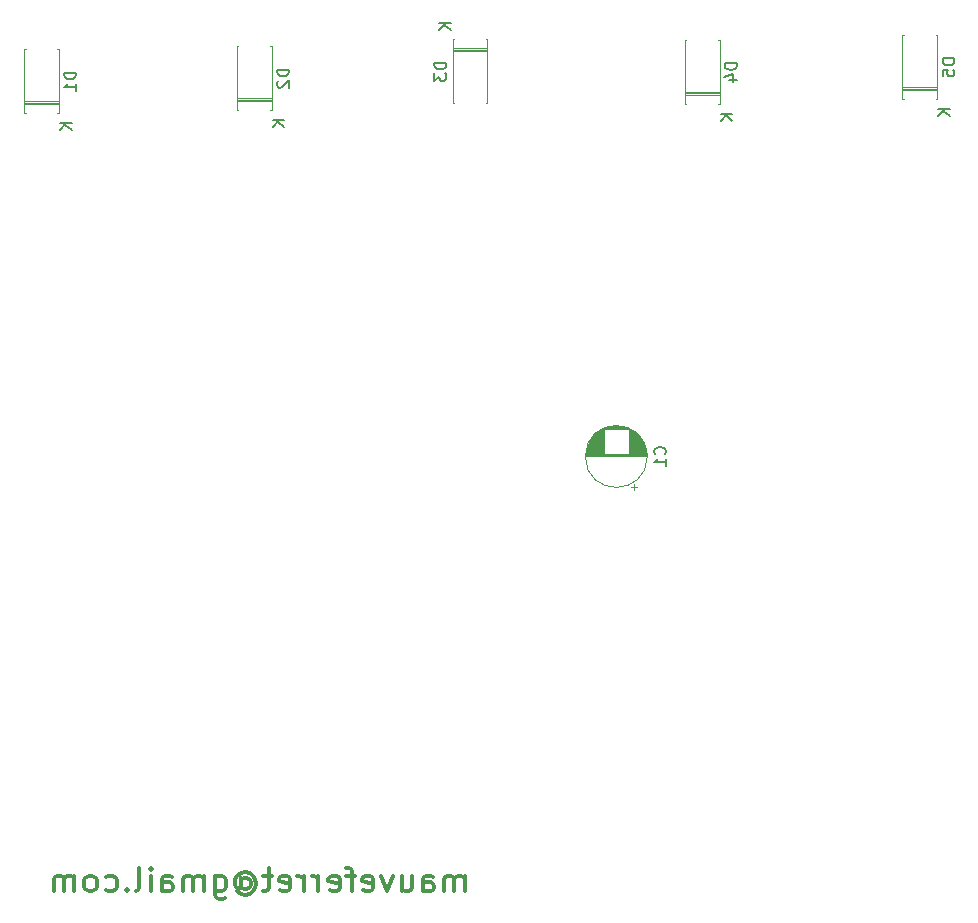
<source format=gbr>
G04 #@! TF.GenerationSoftware,KiCad,Pcbnew,(5.1.5)-3*
G04 #@! TF.CreationDate,2020-02-24T21:21:35+03:00*
G04 #@! TF.ProjectId,valveControllerPCB,76616c76-6543-46f6-9e74-726f6c6c6572,rev?*
G04 #@! TF.SameCoordinates,Original*
G04 #@! TF.FileFunction,Legend,Bot*
G04 #@! TF.FilePolarity,Positive*
%FSLAX46Y46*%
G04 Gerber Fmt 4.6, Leading zero omitted, Abs format (unit mm)*
G04 Created by KiCad (PCBNEW (5.1.5)-3) date 2020-02-24 21:21:35*
%MOMM*%
%LPD*%
G04 APERTURE LIST*
%ADD10C,0.300000*%
%ADD11C,0.120000*%
%ADD12C,0.150000*%
G04 APERTURE END LIST*
D10*
X112630952Y-148224761D02*
X112630952Y-146891428D01*
X112630952Y-147081904D02*
X112535714Y-146986666D01*
X112345238Y-146891428D01*
X112059523Y-146891428D01*
X111869047Y-146986666D01*
X111773809Y-147177142D01*
X111773809Y-148224761D01*
X111773809Y-147177142D02*
X111678571Y-146986666D01*
X111488095Y-146891428D01*
X111202380Y-146891428D01*
X111011904Y-146986666D01*
X110916666Y-147177142D01*
X110916666Y-148224761D01*
X109107142Y-148224761D02*
X109107142Y-147177142D01*
X109202380Y-146986666D01*
X109392857Y-146891428D01*
X109773809Y-146891428D01*
X109964285Y-146986666D01*
X109107142Y-148129523D02*
X109297619Y-148224761D01*
X109773809Y-148224761D01*
X109964285Y-148129523D01*
X110059523Y-147939047D01*
X110059523Y-147748571D01*
X109964285Y-147558095D01*
X109773809Y-147462857D01*
X109297619Y-147462857D01*
X109107142Y-147367619D01*
X107297619Y-146891428D02*
X107297619Y-148224761D01*
X108154761Y-146891428D02*
X108154761Y-147939047D01*
X108059523Y-148129523D01*
X107869047Y-148224761D01*
X107583333Y-148224761D01*
X107392857Y-148129523D01*
X107297619Y-148034285D01*
X106535714Y-146891428D02*
X106059523Y-148224761D01*
X105583333Y-146891428D01*
X104059523Y-148129523D02*
X104250000Y-148224761D01*
X104630952Y-148224761D01*
X104821428Y-148129523D01*
X104916666Y-147939047D01*
X104916666Y-147177142D01*
X104821428Y-146986666D01*
X104630952Y-146891428D01*
X104250000Y-146891428D01*
X104059523Y-146986666D01*
X103964285Y-147177142D01*
X103964285Y-147367619D01*
X104916666Y-147558095D01*
X103392857Y-146891428D02*
X102630952Y-146891428D01*
X103107142Y-148224761D02*
X103107142Y-146510476D01*
X103011904Y-146320000D01*
X102821428Y-146224761D01*
X102630952Y-146224761D01*
X101202380Y-148129523D02*
X101392857Y-148224761D01*
X101773809Y-148224761D01*
X101964285Y-148129523D01*
X102059523Y-147939047D01*
X102059523Y-147177142D01*
X101964285Y-146986666D01*
X101773809Y-146891428D01*
X101392857Y-146891428D01*
X101202380Y-146986666D01*
X101107142Y-147177142D01*
X101107142Y-147367619D01*
X102059523Y-147558095D01*
X100250000Y-148224761D02*
X100250000Y-146891428D01*
X100250000Y-147272380D02*
X100154761Y-147081904D01*
X100059523Y-146986666D01*
X99869047Y-146891428D01*
X99678571Y-146891428D01*
X99011904Y-148224761D02*
X99011904Y-146891428D01*
X99011904Y-147272380D02*
X98916666Y-147081904D01*
X98821428Y-146986666D01*
X98630952Y-146891428D01*
X98440476Y-146891428D01*
X97011904Y-148129523D02*
X97202380Y-148224761D01*
X97583333Y-148224761D01*
X97773809Y-148129523D01*
X97869047Y-147939047D01*
X97869047Y-147177142D01*
X97773809Y-146986666D01*
X97583333Y-146891428D01*
X97202380Y-146891428D01*
X97011904Y-146986666D01*
X96916666Y-147177142D01*
X96916666Y-147367619D01*
X97869047Y-147558095D01*
X96345238Y-146891428D02*
X95583333Y-146891428D01*
X96059523Y-146224761D02*
X96059523Y-147939047D01*
X95964285Y-148129523D01*
X95773809Y-148224761D01*
X95583333Y-148224761D01*
X93678571Y-147272380D02*
X93773809Y-147177142D01*
X93964285Y-147081904D01*
X94154761Y-147081904D01*
X94345238Y-147177142D01*
X94440476Y-147272380D01*
X94535714Y-147462857D01*
X94535714Y-147653333D01*
X94440476Y-147843809D01*
X94345238Y-147939047D01*
X94154761Y-148034285D01*
X93964285Y-148034285D01*
X93773809Y-147939047D01*
X93678571Y-147843809D01*
X93678571Y-147081904D02*
X93678571Y-147843809D01*
X93583333Y-147939047D01*
X93488095Y-147939047D01*
X93297619Y-147843809D01*
X93202380Y-147653333D01*
X93202380Y-147177142D01*
X93392857Y-146891428D01*
X93678571Y-146700952D01*
X94059523Y-146605714D01*
X94440476Y-146700952D01*
X94726190Y-146891428D01*
X94916666Y-147177142D01*
X95011904Y-147558095D01*
X94916666Y-147939047D01*
X94726190Y-148224761D01*
X94440476Y-148415238D01*
X94059523Y-148510476D01*
X93678571Y-148415238D01*
X93392857Y-148224761D01*
X91488095Y-146891428D02*
X91488095Y-148510476D01*
X91583333Y-148700952D01*
X91678571Y-148796190D01*
X91869047Y-148891428D01*
X92154761Y-148891428D01*
X92345238Y-148796190D01*
X91488095Y-148129523D02*
X91678571Y-148224761D01*
X92059523Y-148224761D01*
X92250000Y-148129523D01*
X92345238Y-148034285D01*
X92440476Y-147843809D01*
X92440476Y-147272380D01*
X92345238Y-147081904D01*
X92250000Y-146986666D01*
X92059523Y-146891428D01*
X91678571Y-146891428D01*
X91488095Y-146986666D01*
X90535714Y-148224761D02*
X90535714Y-146891428D01*
X90535714Y-147081904D02*
X90440476Y-146986666D01*
X90250000Y-146891428D01*
X89964285Y-146891428D01*
X89773809Y-146986666D01*
X89678571Y-147177142D01*
X89678571Y-148224761D01*
X89678571Y-147177142D02*
X89583333Y-146986666D01*
X89392857Y-146891428D01*
X89107142Y-146891428D01*
X88916666Y-146986666D01*
X88821428Y-147177142D01*
X88821428Y-148224761D01*
X87011904Y-148224761D02*
X87011904Y-147177142D01*
X87107142Y-146986666D01*
X87297619Y-146891428D01*
X87678571Y-146891428D01*
X87869047Y-146986666D01*
X87011904Y-148129523D02*
X87202380Y-148224761D01*
X87678571Y-148224761D01*
X87869047Y-148129523D01*
X87964285Y-147939047D01*
X87964285Y-147748571D01*
X87869047Y-147558095D01*
X87678571Y-147462857D01*
X87202380Y-147462857D01*
X87011904Y-147367619D01*
X86059523Y-148224761D02*
X86059523Y-146891428D01*
X86059523Y-146224761D02*
X86154761Y-146320000D01*
X86059523Y-146415238D01*
X85964285Y-146320000D01*
X86059523Y-146224761D01*
X86059523Y-146415238D01*
X84821428Y-148224761D02*
X85011904Y-148129523D01*
X85107142Y-147939047D01*
X85107142Y-146224761D01*
X84059523Y-148034285D02*
X83964285Y-148129523D01*
X84059523Y-148224761D01*
X84154761Y-148129523D01*
X84059523Y-148034285D01*
X84059523Y-148224761D01*
X82250000Y-148129523D02*
X82440476Y-148224761D01*
X82821428Y-148224761D01*
X83011904Y-148129523D01*
X83107142Y-148034285D01*
X83202380Y-147843809D01*
X83202380Y-147272380D01*
X83107142Y-147081904D01*
X83011904Y-146986666D01*
X82821428Y-146891428D01*
X82440476Y-146891428D01*
X82250000Y-146986666D01*
X81107142Y-148224761D02*
X81297619Y-148129523D01*
X81392857Y-148034285D01*
X81488095Y-147843809D01*
X81488095Y-147272380D01*
X81392857Y-147081904D01*
X81297619Y-146986666D01*
X81107142Y-146891428D01*
X80821428Y-146891428D01*
X80630952Y-146986666D01*
X80535714Y-147081904D01*
X80440476Y-147272380D01*
X80440476Y-147843809D01*
X80535714Y-148034285D01*
X80630952Y-148129523D01*
X80821428Y-148224761D01*
X81107142Y-148224761D01*
X79583333Y-148224761D02*
X79583333Y-146891428D01*
X79583333Y-147081904D02*
X79488095Y-146986666D01*
X79297619Y-146891428D01*
X79011904Y-146891428D01*
X78821428Y-146986666D01*
X78726190Y-147177142D01*
X78726190Y-148224761D01*
X78726190Y-147177142D02*
X78630952Y-146986666D01*
X78440476Y-146891428D01*
X78154761Y-146891428D01*
X77964285Y-146986666D01*
X77869047Y-147177142D01*
X77869047Y-148224761D01*
D11*
X152645000Y-80380000D02*
X149705000Y-80380000D01*
X152645000Y-80140000D02*
X149705000Y-80140000D01*
X152645000Y-80260000D02*
X149705000Y-80260000D01*
X149705000Y-75720000D02*
X149835000Y-75720000D01*
X149705000Y-81160000D02*
X149705000Y-75720000D01*
X149835000Y-81160000D02*
X149705000Y-81160000D01*
X152645000Y-75720000D02*
X152515000Y-75720000D01*
X152645000Y-81160000D02*
X152645000Y-75720000D01*
X152515000Y-81160000D02*
X152645000Y-81160000D01*
X134220000Y-80780000D02*
X131280000Y-80780000D01*
X134220000Y-80540000D02*
X131280000Y-80540000D01*
X134220000Y-80660000D02*
X131280000Y-80660000D01*
X131280000Y-76120000D02*
X131410000Y-76120000D01*
X131280000Y-81560000D02*
X131280000Y-76120000D01*
X131410000Y-81560000D02*
X131280000Y-81560000D01*
X134220000Y-76120000D02*
X134090000Y-76120000D01*
X134220000Y-81560000D02*
X134220000Y-76120000D01*
X134090000Y-81560000D02*
X134220000Y-81560000D01*
X111630000Y-76845000D02*
X114570000Y-76845000D01*
X111630000Y-77085000D02*
X114570000Y-77085000D01*
X111630000Y-76965000D02*
X114570000Y-76965000D01*
X114570000Y-81505000D02*
X114440000Y-81505000D01*
X114570000Y-76065000D02*
X114570000Y-81505000D01*
X114440000Y-76065000D02*
X114570000Y-76065000D01*
X111630000Y-81505000D02*
X111760000Y-81505000D01*
X111630000Y-76065000D02*
X111630000Y-81505000D01*
X111760000Y-76065000D02*
X111630000Y-76065000D01*
X96295000Y-81330000D02*
X93355000Y-81330000D01*
X96295000Y-81090000D02*
X93355000Y-81090000D01*
X96295000Y-81210000D02*
X93355000Y-81210000D01*
X93355000Y-76670000D02*
X93485000Y-76670000D01*
X93355000Y-82110000D02*
X93355000Y-76670000D01*
X93485000Y-82110000D02*
X93355000Y-82110000D01*
X96295000Y-76670000D02*
X96165000Y-76670000D01*
X96295000Y-82110000D02*
X96295000Y-76670000D01*
X96165000Y-82110000D02*
X96295000Y-82110000D01*
X78270000Y-81580000D02*
X75330000Y-81580000D01*
X78270000Y-81340000D02*
X75330000Y-81340000D01*
X78270000Y-81460000D02*
X75330000Y-81460000D01*
X75330000Y-76920000D02*
X75460000Y-76920000D01*
X75330000Y-82360000D02*
X75330000Y-76920000D01*
X75460000Y-82360000D02*
X75330000Y-82360000D01*
X78270000Y-76920000D02*
X78140000Y-76920000D01*
X78270000Y-82360000D02*
X78270000Y-76920000D01*
X78140000Y-82360000D02*
X78270000Y-82360000D01*
X127200000Y-113954775D02*
X126700000Y-113954775D01*
X126950000Y-114204775D02*
X126950000Y-113704775D01*
X125759000Y-108799000D02*
X125191000Y-108799000D01*
X125993000Y-108839000D02*
X124957000Y-108839000D01*
X126152000Y-108879000D02*
X124798000Y-108879000D01*
X126280000Y-108919000D02*
X124670000Y-108919000D01*
X126390000Y-108959000D02*
X124560000Y-108959000D01*
X126486000Y-108999000D02*
X124464000Y-108999000D01*
X126573000Y-109039000D02*
X124377000Y-109039000D01*
X126653000Y-109079000D02*
X124297000Y-109079000D01*
X124435000Y-109119000D02*
X124224000Y-109119000D01*
X126726000Y-109119000D02*
X126515000Y-109119000D01*
X124435000Y-109159000D02*
X124156000Y-109159000D01*
X126794000Y-109159000D02*
X126515000Y-109159000D01*
X124435000Y-109199000D02*
X124092000Y-109199000D01*
X126858000Y-109199000D02*
X126515000Y-109199000D01*
X124435000Y-109239000D02*
X124032000Y-109239000D01*
X126918000Y-109239000D02*
X126515000Y-109239000D01*
X124435000Y-109279000D02*
X123975000Y-109279000D01*
X126975000Y-109279000D02*
X126515000Y-109279000D01*
X124435000Y-109319000D02*
X123921000Y-109319000D01*
X127029000Y-109319000D02*
X126515000Y-109319000D01*
X124435000Y-109359000D02*
X123870000Y-109359000D01*
X127080000Y-109359000D02*
X126515000Y-109359000D01*
X124435000Y-109399000D02*
X123822000Y-109399000D01*
X127128000Y-109399000D02*
X126515000Y-109399000D01*
X124435000Y-109439000D02*
X123776000Y-109439000D01*
X127174000Y-109439000D02*
X126515000Y-109439000D01*
X124435000Y-109479000D02*
X123732000Y-109479000D01*
X127218000Y-109479000D02*
X126515000Y-109479000D01*
X124435000Y-109519000D02*
X123690000Y-109519000D01*
X127260000Y-109519000D02*
X126515000Y-109519000D01*
X124435000Y-109559000D02*
X123649000Y-109559000D01*
X127301000Y-109559000D02*
X126515000Y-109559000D01*
X124435000Y-109599000D02*
X123611000Y-109599000D01*
X127339000Y-109599000D02*
X126515000Y-109599000D01*
X124435000Y-109639000D02*
X123574000Y-109639000D01*
X127376000Y-109639000D02*
X126515000Y-109639000D01*
X124435000Y-109679000D02*
X123538000Y-109679000D01*
X127412000Y-109679000D02*
X126515000Y-109679000D01*
X124435000Y-109719000D02*
X123504000Y-109719000D01*
X127446000Y-109719000D02*
X126515000Y-109719000D01*
X124435000Y-109759000D02*
X123471000Y-109759000D01*
X127479000Y-109759000D02*
X126515000Y-109759000D01*
X124435000Y-109799000D02*
X123440000Y-109799000D01*
X127510000Y-109799000D02*
X126515000Y-109799000D01*
X124435000Y-109839000D02*
X123410000Y-109839000D01*
X127540000Y-109839000D02*
X126515000Y-109839000D01*
X124435000Y-109879000D02*
X123380000Y-109879000D01*
X127570000Y-109879000D02*
X126515000Y-109879000D01*
X124435000Y-109919000D02*
X123353000Y-109919000D01*
X127597000Y-109919000D02*
X126515000Y-109919000D01*
X124435000Y-109959000D02*
X123326000Y-109959000D01*
X127624000Y-109959000D02*
X126515000Y-109959000D01*
X124435000Y-109999000D02*
X123300000Y-109999000D01*
X127650000Y-109999000D02*
X126515000Y-109999000D01*
X124435000Y-110039000D02*
X123275000Y-110039000D01*
X127675000Y-110039000D02*
X126515000Y-110039000D01*
X124435000Y-110079000D02*
X123251000Y-110079000D01*
X127699000Y-110079000D02*
X126515000Y-110079000D01*
X124435000Y-110119000D02*
X123228000Y-110119000D01*
X127722000Y-110119000D02*
X126515000Y-110119000D01*
X124435000Y-110159000D02*
X123207000Y-110159000D01*
X127743000Y-110159000D02*
X126515000Y-110159000D01*
X124435000Y-110199000D02*
X123185000Y-110199000D01*
X127765000Y-110199000D02*
X126515000Y-110199000D01*
X124435000Y-110239000D02*
X123165000Y-110239000D01*
X127785000Y-110239000D02*
X126515000Y-110239000D01*
X124435000Y-110279000D02*
X123146000Y-110279000D01*
X127804000Y-110279000D02*
X126515000Y-110279000D01*
X124435000Y-110319000D02*
X123127000Y-110319000D01*
X127823000Y-110319000D02*
X126515000Y-110319000D01*
X124435000Y-110359000D02*
X123110000Y-110359000D01*
X127840000Y-110359000D02*
X126515000Y-110359000D01*
X124435000Y-110399000D02*
X123093000Y-110399000D01*
X127857000Y-110399000D02*
X126515000Y-110399000D01*
X124435000Y-110439000D02*
X123077000Y-110439000D01*
X127873000Y-110439000D02*
X126515000Y-110439000D01*
X124435000Y-110479000D02*
X123061000Y-110479000D01*
X127889000Y-110479000D02*
X126515000Y-110479000D01*
X124435000Y-110519000D02*
X123047000Y-110519000D01*
X127903000Y-110519000D02*
X126515000Y-110519000D01*
X124435000Y-110559000D02*
X123033000Y-110559000D01*
X127917000Y-110559000D02*
X126515000Y-110559000D01*
X124435000Y-110599000D02*
X123020000Y-110599000D01*
X127930000Y-110599000D02*
X126515000Y-110599000D01*
X124435000Y-110639000D02*
X123007000Y-110639000D01*
X127943000Y-110639000D02*
X126515000Y-110639000D01*
X124435000Y-110679000D02*
X122995000Y-110679000D01*
X127955000Y-110679000D02*
X126515000Y-110679000D01*
X124435000Y-110720000D02*
X122984000Y-110720000D01*
X127966000Y-110720000D02*
X126515000Y-110720000D01*
X124435000Y-110760000D02*
X122974000Y-110760000D01*
X127976000Y-110760000D02*
X126515000Y-110760000D01*
X124435000Y-110800000D02*
X122964000Y-110800000D01*
X127986000Y-110800000D02*
X126515000Y-110800000D01*
X124435000Y-110840000D02*
X122955000Y-110840000D01*
X127995000Y-110840000D02*
X126515000Y-110840000D01*
X124435000Y-110880000D02*
X122947000Y-110880000D01*
X128003000Y-110880000D02*
X126515000Y-110880000D01*
X124435000Y-110920000D02*
X122939000Y-110920000D01*
X128011000Y-110920000D02*
X126515000Y-110920000D01*
X124435000Y-110960000D02*
X122932000Y-110960000D01*
X128018000Y-110960000D02*
X126515000Y-110960000D01*
X124435000Y-111000000D02*
X122925000Y-111000000D01*
X128025000Y-111000000D02*
X126515000Y-111000000D01*
X124435000Y-111040000D02*
X122919000Y-111040000D01*
X128031000Y-111040000D02*
X126515000Y-111040000D01*
X124435000Y-111080000D02*
X122914000Y-111080000D01*
X128036000Y-111080000D02*
X126515000Y-111080000D01*
X124435000Y-111120000D02*
X122910000Y-111120000D01*
X128040000Y-111120000D02*
X126515000Y-111120000D01*
X124435000Y-111160000D02*
X122906000Y-111160000D01*
X128044000Y-111160000D02*
X126515000Y-111160000D01*
X128048000Y-111200000D02*
X122902000Y-111200000D01*
X128051000Y-111240000D02*
X122899000Y-111240000D01*
X128053000Y-111280000D02*
X122897000Y-111280000D01*
X128054000Y-111320000D02*
X122896000Y-111320000D01*
X128055000Y-111360000D02*
X122895000Y-111360000D01*
X128055000Y-111400000D02*
X122895000Y-111400000D01*
X128095000Y-111400000D02*
G75*
G03X128095000Y-111400000I-2620000J0D01*
G01*
D12*
X154097380Y-77701904D02*
X153097380Y-77701904D01*
X153097380Y-77940000D01*
X153145000Y-78082857D01*
X153240238Y-78178095D01*
X153335476Y-78225714D01*
X153525952Y-78273333D01*
X153668809Y-78273333D01*
X153859285Y-78225714D01*
X153954523Y-78178095D01*
X154049761Y-78082857D01*
X154097380Y-77940000D01*
X154097380Y-77701904D01*
X153097380Y-79178095D02*
X153097380Y-78701904D01*
X153573571Y-78654285D01*
X153525952Y-78701904D01*
X153478333Y-78797142D01*
X153478333Y-79035238D01*
X153525952Y-79130476D01*
X153573571Y-79178095D01*
X153668809Y-79225714D01*
X153906904Y-79225714D01*
X154002142Y-79178095D01*
X154049761Y-79130476D01*
X154097380Y-79035238D01*
X154097380Y-78797142D01*
X154049761Y-78701904D01*
X154002142Y-78654285D01*
X153727380Y-81988095D02*
X152727380Y-81988095D01*
X153727380Y-82559523D02*
X153155952Y-82130952D01*
X152727380Y-82559523D02*
X153298809Y-81988095D01*
X135672380Y-78101904D02*
X134672380Y-78101904D01*
X134672380Y-78340000D01*
X134720000Y-78482857D01*
X134815238Y-78578095D01*
X134910476Y-78625714D01*
X135100952Y-78673333D01*
X135243809Y-78673333D01*
X135434285Y-78625714D01*
X135529523Y-78578095D01*
X135624761Y-78482857D01*
X135672380Y-78340000D01*
X135672380Y-78101904D01*
X135005714Y-79530476D02*
X135672380Y-79530476D01*
X134624761Y-79292380D02*
X135339047Y-79054285D01*
X135339047Y-79673333D01*
X135302380Y-82388095D02*
X134302380Y-82388095D01*
X135302380Y-82959523D02*
X134730952Y-82530952D01*
X134302380Y-82959523D02*
X134873809Y-82388095D01*
X111082380Y-78046904D02*
X110082380Y-78046904D01*
X110082380Y-78285000D01*
X110130000Y-78427857D01*
X110225238Y-78523095D01*
X110320476Y-78570714D01*
X110510952Y-78618333D01*
X110653809Y-78618333D01*
X110844285Y-78570714D01*
X110939523Y-78523095D01*
X111034761Y-78427857D01*
X111082380Y-78285000D01*
X111082380Y-78046904D01*
X110082380Y-78951666D02*
X110082380Y-79570714D01*
X110463333Y-79237380D01*
X110463333Y-79380238D01*
X110510952Y-79475476D01*
X110558571Y-79523095D01*
X110653809Y-79570714D01*
X110891904Y-79570714D01*
X110987142Y-79523095D01*
X111034761Y-79475476D01*
X111082380Y-79380238D01*
X111082380Y-79094523D01*
X111034761Y-78999285D01*
X110987142Y-78951666D01*
X111452380Y-74713095D02*
X110452380Y-74713095D01*
X111452380Y-75284523D02*
X110880952Y-74855952D01*
X110452380Y-75284523D02*
X111023809Y-74713095D01*
X97747380Y-78651904D02*
X96747380Y-78651904D01*
X96747380Y-78890000D01*
X96795000Y-79032857D01*
X96890238Y-79128095D01*
X96985476Y-79175714D01*
X97175952Y-79223333D01*
X97318809Y-79223333D01*
X97509285Y-79175714D01*
X97604523Y-79128095D01*
X97699761Y-79032857D01*
X97747380Y-78890000D01*
X97747380Y-78651904D01*
X96842619Y-79604285D02*
X96795000Y-79651904D01*
X96747380Y-79747142D01*
X96747380Y-79985238D01*
X96795000Y-80080476D01*
X96842619Y-80128095D01*
X96937857Y-80175714D01*
X97033095Y-80175714D01*
X97175952Y-80128095D01*
X97747380Y-79556666D01*
X97747380Y-80175714D01*
X97377380Y-82938095D02*
X96377380Y-82938095D01*
X97377380Y-83509523D02*
X96805952Y-83080952D01*
X96377380Y-83509523D02*
X96948809Y-82938095D01*
X79722380Y-78901904D02*
X78722380Y-78901904D01*
X78722380Y-79140000D01*
X78770000Y-79282857D01*
X78865238Y-79378095D01*
X78960476Y-79425714D01*
X79150952Y-79473333D01*
X79293809Y-79473333D01*
X79484285Y-79425714D01*
X79579523Y-79378095D01*
X79674761Y-79282857D01*
X79722380Y-79140000D01*
X79722380Y-78901904D01*
X79722380Y-80425714D02*
X79722380Y-79854285D01*
X79722380Y-80140000D02*
X78722380Y-80140000D01*
X78865238Y-80044761D01*
X78960476Y-79949523D01*
X79008095Y-79854285D01*
X79352380Y-83188095D02*
X78352380Y-83188095D01*
X79352380Y-83759523D02*
X78780952Y-83330952D01*
X78352380Y-83759523D02*
X78923809Y-83188095D01*
X129582142Y-111233333D02*
X129629761Y-111185714D01*
X129677380Y-111042857D01*
X129677380Y-110947619D01*
X129629761Y-110804761D01*
X129534523Y-110709523D01*
X129439285Y-110661904D01*
X129248809Y-110614285D01*
X129105952Y-110614285D01*
X128915476Y-110661904D01*
X128820238Y-110709523D01*
X128725000Y-110804761D01*
X128677380Y-110947619D01*
X128677380Y-111042857D01*
X128725000Y-111185714D01*
X128772619Y-111233333D01*
X129677380Y-112185714D02*
X129677380Y-111614285D01*
X129677380Y-111900000D02*
X128677380Y-111900000D01*
X128820238Y-111804761D01*
X128915476Y-111709523D01*
X128963095Y-111614285D01*
M02*

</source>
